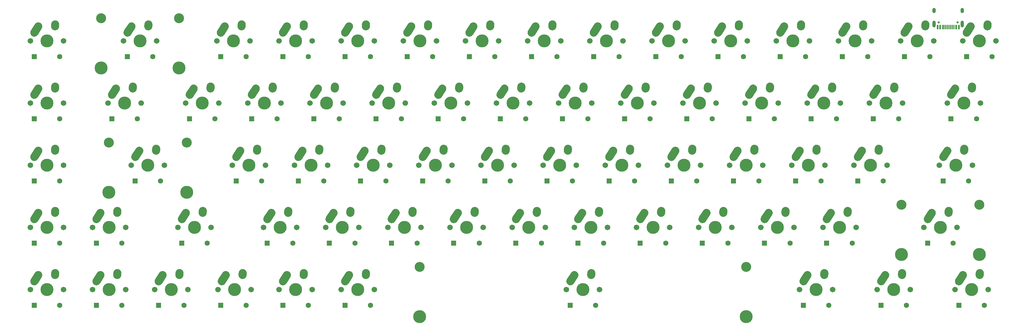
<source format=gts>
%TF.GenerationSoftware,KiCad,Pcbnew,(5.1.10)-1*%
%TF.CreationDate,2021-09-30T15:06:51-04:00*%
%TF.ProjectId,keyboard,6b657962-6f61-4726-942e-6b696361645f,rev?*%
%TF.SameCoordinates,Original*%
%TF.FileFunction,Soldermask,Top*%
%TF.FilePolarity,Negative*%
%FSLAX46Y46*%
G04 Gerber Fmt 4.6, Leading zero omitted, Abs format (unit mm)*
G04 Created by KiCad (PCBNEW (5.1.10)-1) date 2021-09-30 15:06:51*
%MOMM*%
%LPD*%
G01*
G04 APERTURE LIST*
%ADD10C,1.701800*%
%ADD11C,3.987800*%
%ADD12O,1.000000X1.600000*%
%ADD13C,0.650000*%
%ADD14O,1.000000X2.100000*%
%ADD15R,0.300000X1.450000*%
%ADD16R,0.600000X1.450000*%
%ADD17R,1.600000X1.600000*%
%ADD18C,1.600000*%
%ADD19C,3.048000*%
G04 APERTURE END LIST*
%TO.C,K6*%
G36*
G01*
X336414076Y-66256526D02*
X336453524Y-65677870D01*
G75*
G02*
X337785648Y-64515784I1247105J-85019D01*
G01*
X337785648Y-64515784D01*
G75*
G02*
X338947734Y-65847908I-85019J-1247105D01*
G01*
X338908286Y-66426564D01*
G75*
G02*
X337576162Y-67588650I-1247105J85019D01*
G01*
X337576162Y-67588650D01*
G75*
G02*
X336414076Y-66256526I85019J1247105D01*
G01*
G37*
G36*
G01*
X330247204Y-67599407D02*
X331456128Y-65701777D01*
G75*
G02*
X333181992Y-65319163I1054239J-671625D01*
G01*
X333181992Y-65319163D01*
G75*
G02*
X333564606Y-67045027I-671625J-1054239D01*
G01*
X332355682Y-68942657D01*
G75*
G02*
X330629818Y-69325271I-1054239J671625D01*
G01*
X330629818Y-69325271D01*
G75*
G02*
X330247204Y-67599407I671625J1054239D01*
G01*
G37*
D10*
X340240905Y-70842217D03*
X330080905Y-70842217D03*
D11*
X335160905Y-70842217D03*
%TD*%
D12*
%TO.C,J1*%
X340366227Y-61457865D03*
D13*
X341796227Y-65107865D03*
D12*
X349006227Y-61457865D03*
D13*
X347576227Y-65107865D03*
D14*
X349006227Y-65637865D03*
X340366227Y-65637865D03*
D15*
X344936227Y-66552865D03*
X342936227Y-66552865D03*
X343436227Y-66552865D03*
X343936227Y-66552865D03*
X344436227Y-66552865D03*
X345436227Y-66552865D03*
X345936227Y-66552865D03*
X346436227Y-66552865D03*
D16*
X341436227Y-66552865D03*
X342236227Y-66552865D03*
X347136227Y-66552865D03*
X347936227Y-66552865D03*
X347936227Y-66552865D03*
X347136227Y-66552865D03*
X342236227Y-66552865D03*
X341436227Y-66552865D03*
%TD*%
D17*
%TO.C,D43*%
X174098405Y-132754717D03*
D18*
X181898405Y-132754717D03*
%TD*%
%TO.C,D42*%
X172373405Y-113704717D03*
D17*
X164573405Y-113704717D03*
%TD*%
%TO.C,D40*%
X178860905Y-75604717D03*
D18*
X186660905Y-75604717D03*
%TD*%
D17*
%TO.C,D37*%
X188385905Y-94654717D03*
D18*
X196185905Y-94654717D03*
%TD*%
%TO.C,D36*%
X205710905Y-75604717D03*
D17*
X197910905Y-75604717D03*
%TD*%
D18*
%TO.C,D35*%
X219998405Y-132754717D03*
D17*
X212198405Y-132754717D03*
%TD*%
D18*
%TO.C,D48*%
X162848405Y-132754717D03*
D17*
X155048405Y-132754717D03*
%TD*%
D18*
%TO.C,D34*%
X210473405Y-113704717D03*
D17*
X202673405Y-113704717D03*
%TD*%
D18*
%TO.C,D50*%
X148560905Y-75604717D03*
D17*
X140760905Y-75604717D03*
%TD*%
D18*
%TO.C,D49*%
X148560905Y-151804717D03*
D17*
X140760905Y-151804717D03*
%TD*%
%TO.C,D45*%
X159810905Y-75604717D03*
D18*
X167610905Y-75604717D03*
%TD*%
D17*
%TO.C,D47*%
X145523405Y-113704717D03*
D18*
X153323405Y-113704717D03*
%TD*%
%TO.C,D46*%
X158085905Y-94654717D03*
D17*
X150285905Y-94654717D03*
%TD*%
D18*
%TO.C,D44*%
X167610905Y-151804717D03*
D17*
X159810905Y-151804717D03*
%TD*%
%TO.C,D41*%
X169335905Y-94654717D03*
D18*
X177135905Y-94654717D03*
%TD*%
%TO.C,D39*%
X200948405Y-132754717D03*
D17*
X193148405Y-132754717D03*
%TD*%
D18*
%TO.C,D38*%
X191423405Y-113704717D03*
D17*
X183623405Y-113704717D03*
%TD*%
%TO.C,D33*%
X207435905Y-94654717D03*
D18*
X215235905Y-94654717D03*
%TD*%
D17*
%TO.C,D2*%
X345548405Y-94654717D03*
D18*
X353348405Y-94654717D03*
%TD*%
D17*
%TO.C,D1*%
X350310905Y-75604717D03*
D18*
X358110905Y-75604717D03*
%TD*%
D17*
%TO.C,D4*%
X338404655Y-132754717D03*
D18*
X346204655Y-132754717D03*
%TD*%
%TO.C,D5*%
X355729655Y-151804717D03*
D17*
X347929655Y-151804717D03*
%TD*%
D18*
%TO.C,D3*%
X350967155Y-113704717D03*
D17*
X343167155Y-113704717D03*
%TD*%
%TO.C,D23*%
X255060905Y-75604717D03*
D18*
X262860905Y-75604717D03*
%TD*%
%TO.C,D31*%
X236667155Y-151804717D03*
D17*
X228867155Y-151804717D03*
%TD*%
%TO.C,D30*%
X231248405Y-132754717D03*
D18*
X239048405Y-132754717D03*
%TD*%
D17*
%TO.C,D29*%
X221723405Y-113704717D03*
D18*
X229523405Y-113704717D03*
%TD*%
D17*
%TO.C,D28*%
X226485905Y-94654717D03*
D18*
X234285905Y-94654717D03*
%TD*%
D17*
%TO.C,D19*%
X274110905Y-75604717D03*
D18*
X281910905Y-75604717D03*
%TD*%
D17*
%TO.C,D27*%
X236010905Y-75604717D03*
D18*
X243810905Y-75604717D03*
%TD*%
%TO.C,D26*%
X258098405Y-132754717D03*
D17*
X250298405Y-132754717D03*
%TD*%
%TO.C,D24*%
X245535905Y-94654717D03*
D18*
X253335905Y-94654717D03*
%TD*%
%TO.C,D22*%
X277148405Y-132754717D03*
D17*
X269348405Y-132754717D03*
%TD*%
D18*
%TO.C,D16*%
X291435905Y-94654717D03*
D17*
X283635905Y-94654717D03*
%TD*%
D18*
%TO.C,D15*%
X300960905Y-75604717D03*
D17*
X293160905Y-75604717D03*
%TD*%
D18*
%TO.C,D18*%
X296198405Y-132754717D03*
D17*
X288398405Y-132754717D03*
%TD*%
D18*
%TO.C,D21*%
X267623405Y-113704717D03*
D17*
X259823405Y-113704717D03*
%TD*%
%TO.C,D20*%
X264585905Y-94654717D03*
D18*
X272385905Y-94654717D03*
%TD*%
D17*
%TO.C,D17*%
X278873405Y-113704717D03*
D18*
X286673405Y-113704717D03*
%TD*%
D17*
%TO.C,D32*%
X216960905Y-75604717D03*
D18*
X224760905Y-75604717D03*
%TD*%
%TO.C,D25*%
X248573405Y-113704717D03*
D17*
X240773405Y-113704717D03*
%TD*%
%TO.C,D55*%
X121710905Y-75604717D03*
D18*
X129510905Y-75604717D03*
%TD*%
%TO.C,D53*%
X143798405Y-132754717D03*
D17*
X135998405Y-132754717D03*
%TD*%
D18*
%TO.C,D63*%
X91410905Y-151804717D03*
D17*
X83610905Y-151804717D03*
%TD*%
D18*
%TO.C,D65*%
X72360905Y-94654717D03*
D17*
X64560905Y-94654717D03*
%TD*%
%TO.C,D68*%
X64560905Y-151804717D03*
D18*
X72360905Y-151804717D03*
%TD*%
D17*
%TO.C,D61*%
X95517155Y-113704717D03*
D18*
X103317155Y-113704717D03*
%TD*%
D17*
%TO.C,D62*%
X83610905Y-132754717D03*
D18*
X91410905Y-132754717D03*
%TD*%
D17*
%TO.C,D51*%
X131235905Y-94654717D03*
D18*
X139035905Y-94654717D03*
%TD*%
D17*
%TO.C,D56*%
X112185905Y-94654717D03*
D18*
X119985905Y-94654717D03*
%TD*%
%TO.C,D57*%
X117604655Y-132754717D03*
D17*
X109804655Y-132754717D03*
%TD*%
D18*
%TO.C,D60*%
X96173405Y-94654717D03*
D17*
X88373405Y-94654717D03*
%TD*%
D18*
%TO.C,D54*%
X129510905Y-151804717D03*
D17*
X121710905Y-151804717D03*
%TD*%
%TO.C,D59*%
X93135905Y-75604717D03*
D18*
X100935905Y-75604717D03*
%TD*%
D17*
%TO.C,D64*%
X64560905Y-75604717D03*
D18*
X72360905Y-75604717D03*
%TD*%
%TO.C,D67*%
X72360905Y-132754717D03*
D17*
X64560905Y-132754717D03*
%TD*%
D18*
%TO.C,D52*%
X134273405Y-113704717D03*
D17*
X126473405Y-113704717D03*
%TD*%
%TO.C,D66*%
X64560905Y-113704717D03*
D18*
X72360905Y-113704717D03*
%TD*%
D17*
%TO.C,D58*%
X102660905Y-151804717D03*
D18*
X110460905Y-151804717D03*
%TD*%
D17*
%TO.C,D10*%
X312210905Y-75604717D03*
D18*
X320010905Y-75604717D03*
%TD*%
%TO.C,D8*%
X324773405Y-113704717D03*
D17*
X316973405Y-113704717D03*
%TD*%
%TO.C,D6*%
X331260905Y-75604717D03*
D18*
X339060905Y-75604717D03*
%TD*%
D17*
%TO.C,D14*%
X300304655Y-151804717D03*
D18*
X308104655Y-151804717D03*
%TD*%
%TO.C,D13*%
X315248405Y-132754717D03*
D17*
X307448405Y-132754717D03*
%TD*%
%TO.C,D12*%
X297923405Y-113704717D03*
D18*
X305723405Y-113704717D03*
%TD*%
%TO.C,D7*%
X329535905Y-94654717D03*
D17*
X321735905Y-94654717D03*
%TD*%
D18*
%TO.C,D9*%
X331917155Y-151804717D03*
D17*
X324117155Y-151804717D03*
%TD*%
D18*
%TO.C,D11*%
X310485905Y-94654717D03*
D17*
X302685905Y-94654717D03*
%TD*%
D11*
%TO.C,K1*%
X354210905Y-70842217D03*
D10*
X349130905Y-70842217D03*
X359290905Y-70842217D03*
G36*
G01*
X349297204Y-67599407D02*
X350506128Y-65701777D01*
G75*
G02*
X352231992Y-65319163I1054239J-671625D01*
G01*
X352231992Y-65319163D01*
G75*
G02*
X352614606Y-67045027I-671625J-1054239D01*
G01*
X351405682Y-68942657D01*
G75*
G02*
X349679818Y-69325271I-1054239J671625D01*
G01*
X349679818Y-69325271D01*
G75*
G02*
X349297204Y-67599407I671625J1054239D01*
G01*
G37*
G36*
G01*
X355464076Y-66256526D02*
X355503524Y-65677870D01*
G75*
G02*
X356835648Y-64515784I1247105J-85019D01*
G01*
X356835648Y-64515784D01*
G75*
G02*
X357997734Y-65847908I-85019J-1247105D01*
G01*
X357958286Y-66426564D01*
G75*
G02*
X356626162Y-67588650I-1247105J85019D01*
G01*
X356626162Y-67588650D01*
G75*
G02*
X355464076Y-66256526I85019J1247105D01*
G01*
G37*
%TD*%
D11*
%TO.C,K2*%
X349448405Y-89892217D03*
D10*
X344368405Y-89892217D03*
X354528405Y-89892217D03*
G36*
G01*
X344534704Y-86649407D02*
X345743628Y-84751777D01*
G75*
G02*
X347469492Y-84369163I1054239J-671625D01*
G01*
X347469492Y-84369163D01*
G75*
G02*
X347852106Y-86095027I-671625J-1054239D01*
G01*
X346643182Y-87992657D01*
G75*
G02*
X344917318Y-88375271I-1054239J671625D01*
G01*
X344917318Y-88375271D01*
G75*
G02*
X344534704Y-86649407I671625J1054239D01*
G01*
G37*
G36*
G01*
X350701576Y-85306526D02*
X350741024Y-84727870D01*
G75*
G02*
X352073148Y-83565784I1247105J-85019D01*
G01*
X352073148Y-83565784D01*
G75*
G02*
X353235234Y-84897908I-85019J-1247105D01*
G01*
X353195786Y-85476564D01*
G75*
G02*
X351863662Y-86638650I-1247105J85019D01*
G01*
X351863662Y-86638650D01*
G75*
G02*
X350701576Y-85306526I85019J1247105D01*
G01*
G37*
%TD*%
%TO.C,K3*%
G36*
G01*
X348320326Y-104356526D02*
X348359774Y-103777870D01*
G75*
G02*
X349691898Y-102615784I1247105J-85019D01*
G01*
X349691898Y-102615784D01*
G75*
G02*
X350853984Y-103947908I-85019J-1247105D01*
G01*
X350814536Y-104526564D01*
G75*
G02*
X349482412Y-105688650I-1247105J85019D01*
G01*
X349482412Y-105688650D01*
G75*
G02*
X348320326Y-104356526I85019J1247105D01*
G01*
G37*
G36*
G01*
X342153454Y-105699407D02*
X343362378Y-103801777D01*
G75*
G02*
X345088242Y-103419163I1054239J-671625D01*
G01*
X345088242Y-103419163D01*
G75*
G02*
X345470856Y-105145027I-671625J-1054239D01*
G01*
X344261932Y-107042657D01*
G75*
G02*
X342536068Y-107425271I-1054239J671625D01*
G01*
X342536068Y-107425271D01*
G75*
G02*
X342153454Y-105699407I671625J1054239D01*
G01*
G37*
X352147155Y-108942217D03*
X341987155Y-108942217D03*
D11*
X347067155Y-108942217D03*
%TD*%
%TO.C,K4*%
G36*
G01*
X343557826Y-123406526D02*
X343597274Y-122827870D01*
G75*
G02*
X344929398Y-121665784I1247105J-85019D01*
G01*
X344929398Y-121665784D01*
G75*
G02*
X346091484Y-122997908I-85019J-1247105D01*
G01*
X346052036Y-123576564D01*
G75*
G02*
X344719912Y-124738650I-1247105J85019D01*
G01*
X344719912Y-124738650D01*
G75*
G02*
X343557826Y-123406526I85019J1247105D01*
G01*
G37*
G36*
G01*
X337390954Y-124749407D02*
X338599878Y-122851777D01*
G75*
G02*
X340325742Y-122469163I1054239J-671625D01*
G01*
X340325742Y-122469163D01*
G75*
G02*
X340708356Y-124195027I-671625J-1054239D01*
G01*
X339499432Y-126092657D01*
G75*
G02*
X337773568Y-126475271I-1054239J671625D01*
G01*
X337773568Y-126475271D01*
G75*
G02*
X337390954Y-124749407I671625J1054239D01*
G01*
G37*
X354242655Y-136247217D03*
X330366655Y-136247217D03*
D19*
X354242655Y-121007217D03*
X330366655Y-121007217D03*
D10*
X347384655Y-127992217D03*
X337224655Y-127992217D03*
D11*
X342304655Y-127992217D03*
%TD*%
%TO.C,K5*%
X351829655Y-147042217D03*
D10*
X346749655Y-147042217D03*
X356909655Y-147042217D03*
G36*
G01*
X346915954Y-143799407D02*
X348124878Y-141901777D01*
G75*
G02*
X349850742Y-141519163I1054239J-671625D01*
G01*
X349850742Y-141519163D01*
G75*
G02*
X350233356Y-143245027I-671625J-1054239D01*
G01*
X349024432Y-145142657D01*
G75*
G02*
X347298568Y-145525271I-1054239J671625D01*
G01*
X347298568Y-145525271D01*
G75*
G02*
X346915954Y-143799407I671625J1054239D01*
G01*
G37*
G36*
G01*
X353082826Y-142456526D02*
X353122274Y-141877870D01*
G75*
G02*
X354454398Y-140715784I1247105J-85019D01*
G01*
X354454398Y-140715784D01*
G75*
G02*
X355616484Y-142047908I-85019J-1247105D01*
G01*
X355577036Y-142626564D01*
G75*
G02*
X354244912Y-143788650I-1247105J85019D01*
G01*
X354244912Y-143788650D01*
G75*
G02*
X353082826Y-142456526I85019J1247105D01*
G01*
G37*
%TD*%
D11*
%TO.C,K7*%
X325635905Y-89892217D03*
D10*
X320555905Y-89892217D03*
X330715905Y-89892217D03*
G36*
G01*
X320722204Y-86649407D02*
X321931128Y-84751777D01*
G75*
G02*
X323656992Y-84369163I1054239J-671625D01*
G01*
X323656992Y-84369163D01*
G75*
G02*
X324039606Y-86095027I-671625J-1054239D01*
G01*
X322830682Y-87992657D01*
G75*
G02*
X321104818Y-88375271I-1054239J671625D01*
G01*
X321104818Y-88375271D01*
G75*
G02*
X320722204Y-86649407I671625J1054239D01*
G01*
G37*
G36*
G01*
X326889076Y-85306526D02*
X326928524Y-84727870D01*
G75*
G02*
X328260648Y-83565784I1247105J-85019D01*
G01*
X328260648Y-83565784D01*
G75*
G02*
X329422734Y-84897908I-85019J-1247105D01*
G01*
X329383286Y-85476564D01*
G75*
G02*
X328051162Y-86638650I-1247105J85019D01*
G01*
X328051162Y-86638650D01*
G75*
G02*
X326889076Y-85306526I85019J1247105D01*
G01*
G37*
%TD*%
%TO.C,K8*%
G36*
G01*
X322126576Y-104356526D02*
X322166024Y-103777870D01*
G75*
G02*
X323498148Y-102615784I1247105J-85019D01*
G01*
X323498148Y-102615784D01*
G75*
G02*
X324660234Y-103947908I-85019J-1247105D01*
G01*
X324620786Y-104526564D01*
G75*
G02*
X323288662Y-105688650I-1247105J85019D01*
G01*
X323288662Y-105688650D01*
G75*
G02*
X322126576Y-104356526I85019J1247105D01*
G01*
G37*
G36*
G01*
X315959704Y-105699407D02*
X317168628Y-103801777D01*
G75*
G02*
X318894492Y-103419163I1054239J-671625D01*
G01*
X318894492Y-103419163D01*
G75*
G02*
X319277106Y-105145027I-671625J-1054239D01*
G01*
X318068182Y-107042657D01*
G75*
G02*
X316342318Y-107425271I-1054239J671625D01*
G01*
X316342318Y-107425271D01*
G75*
G02*
X315959704Y-105699407I671625J1054239D01*
G01*
G37*
X325953405Y-108942217D03*
X315793405Y-108942217D03*
D11*
X320873405Y-108942217D03*
%TD*%
%TO.C,K9*%
X328017155Y-147042217D03*
D10*
X322937155Y-147042217D03*
X333097155Y-147042217D03*
G36*
G01*
X323103454Y-143799407D02*
X324312378Y-141901777D01*
G75*
G02*
X326038242Y-141519163I1054239J-671625D01*
G01*
X326038242Y-141519163D01*
G75*
G02*
X326420856Y-143245027I-671625J-1054239D01*
G01*
X325211932Y-145142657D01*
G75*
G02*
X323486068Y-145525271I-1054239J671625D01*
G01*
X323486068Y-145525271D01*
G75*
G02*
X323103454Y-143799407I671625J1054239D01*
G01*
G37*
G36*
G01*
X329270326Y-142456526D02*
X329309774Y-141877870D01*
G75*
G02*
X330641898Y-140715784I1247105J-85019D01*
G01*
X330641898Y-140715784D01*
G75*
G02*
X331803984Y-142047908I-85019J-1247105D01*
G01*
X331764536Y-142626564D01*
G75*
G02*
X330432412Y-143788650I-1247105J85019D01*
G01*
X330432412Y-143788650D01*
G75*
G02*
X329270326Y-142456526I85019J1247105D01*
G01*
G37*
%TD*%
D11*
%TO.C,K10*%
X316110905Y-70842217D03*
D10*
X311030905Y-70842217D03*
X321190905Y-70842217D03*
G36*
G01*
X311197204Y-67599407D02*
X312406128Y-65701777D01*
G75*
G02*
X314131992Y-65319163I1054239J-671625D01*
G01*
X314131992Y-65319163D01*
G75*
G02*
X314514606Y-67045027I-671625J-1054239D01*
G01*
X313305682Y-68942657D01*
G75*
G02*
X311579818Y-69325271I-1054239J671625D01*
G01*
X311579818Y-69325271D01*
G75*
G02*
X311197204Y-67599407I671625J1054239D01*
G01*
G37*
G36*
G01*
X317364076Y-66256526D02*
X317403524Y-65677870D01*
G75*
G02*
X318735648Y-64515784I1247105J-85019D01*
G01*
X318735648Y-64515784D01*
G75*
G02*
X319897734Y-65847908I-85019J-1247105D01*
G01*
X319858286Y-66426564D01*
G75*
G02*
X318526162Y-67588650I-1247105J85019D01*
G01*
X318526162Y-67588650D01*
G75*
G02*
X317364076Y-66256526I85019J1247105D01*
G01*
G37*
%TD*%
%TO.C,K11*%
G36*
G01*
X307839076Y-85306526D02*
X307878524Y-84727870D01*
G75*
G02*
X309210648Y-83565784I1247105J-85019D01*
G01*
X309210648Y-83565784D01*
G75*
G02*
X310372734Y-84897908I-85019J-1247105D01*
G01*
X310333286Y-85476564D01*
G75*
G02*
X309001162Y-86638650I-1247105J85019D01*
G01*
X309001162Y-86638650D01*
G75*
G02*
X307839076Y-85306526I85019J1247105D01*
G01*
G37*
G36*
G01*
X301672204Y-86649407D02*
X302881128Y-84751777D01*
G75*
G02*
X304606992Y-84369163I1054239J-671625D01*
G01*
X304606992Y-84369163D01*
G75*
G02*
X304989606Y-86095027I-671625J-1054239D01*
G01*
X303780682Y-87992657D01*
G75*
G02*
X302054818Y-88375271I-1054239J671625D01*
G01*
X302054818Y-88375271D01*
G75*
G02*
X301672204Y-86649407I671625J1054239D01*
G01*
G37*
X311665905Y-89892217D03*
X301505905Y-89892217D03*
D11*
X306585905Y-89892217D03*
%TD*%
%TO.C,K12*%
X301823405Y-108942217D03*
D10*
X296743405Y-108942217D03*
X306903405Y-108942217D03*
G36*
G01*
X296909704Y-105699407D02*
X298118628Y-103801777D01*
G75*
G02*
X299844492Y-103419163I1054239J-671625D01*
G01*
X299844492Y-103419163D01*
G75*
G02*
X300227106Y-105145027I-671625J-1054239D01*
G01*
X299018182Y-107042657D01*
G75*
G02*
X297292318Y-107425271I-1054239J671625D01*
G01*
X297292318Y-107425271D01*
G75*
G02*
X296909704Y-105699407I671625J1054239D01*
G01*
G37*
G36*
G01*
X303076576Y-104356526D02*
X303116024Y-103777870D01*
G75*
G02*
X304448148Y-102615784I1247105J-85019D01*
G01*
X304448148Y-102615784D01*
G75*
G02*
X305610234Y-103947908I-85019J-1247105D01*
G01*
X305570786Y-104526564D01*
G75*
G02*
X304238662Y-105688650I-1247105J85019D01*
G01*
X304238662Y-105688650D01*
G75*
G02*
X303076576Y-104356526I85019J1247105D01*
G01*
G37*
%TD*%
%TO.C,K13*%
G36*
G01*
X312601576Y-123406526D02*
X312641024Y-122827870D01*
G75*
G02*
X313973148Y-121665784I1247105J-85019D01*
G01*
X313973148Y-121665784D01*
G75*
G02*
X315135234Y-122997908I-85019J-1247105D01*
G01*
X315095786Y-123576564D01*
G75*
G02*
X313763662Y-124738650I-1247105J85019D01*
G01*
X313763662Y-124738650D01*
G75*
G02*
X312601576Y-123406526I85019J1247105D01*
G01*
G37*
G36*
G01*
X306434704Y-124749407D02*
X307643628Y-122851777D01*
G75*
G02*
X309369492Y-122469163I1054239J-671625D01*
G01*
X309369492Y-122469163D01*
G75*
G02*
X309752106Y-124195027I-671625J-1054239D01*
G01*
X308543182Y-126092657D01*
G75*
G02*
X306817318Y-126475271I-1054239J671625D01*
G01*
X306817318Y-126475271D01*
G75*
G02*
X306434704Y-124749407I671625J1054239D01*
G01*
G37*
X316428405Y-127992217D03*
X306268405Y-127992217D03*
D11*
X311348405Y-127992217D03*
%TD*%
%TO.C,K14*%
G36*
G01*
X305457826Y-142456526D02*
X305497274Y-141877870D01*
G75*
G02*
X306829398Y-140715784I1247105J-85019D01*
G01*
X306829398Y-140715784D01*
G75*
G02*
X307991484Y-142047908I-85019J-1247105D01*
G01*
X307952036Y-142626564D01*
G75*
G02*
X306619912Y-143788650I-1247105J85019D01*
G01*
X306619912Y-143788650D01*
G75*
G02*
X305457826Y-142456526I85019J1247105D01*
G01*
G37*
G36*
G01*
X299290954Y-143799407D02*
X300499878Y-141901777D01*
G75*
G02*
X302225742Y-141519163I1054239J-671625D01*
G01*
X302225742Y-141519163D01*
G75*
G02*
X302608356Y-143245027I-671625J-1054239D01*
G01*
X301399432Y-145142657D01*
G75*
G02*
X299673568Y-145525271I-1054239J671625D01*
G01*
X299673568Y-145525271D01*
G75*
G02*
X299290954Y-143799407I671625J1054239D01*
G01*
G37*
D10*
X309284655Y-147042217D03*
X299124655Y-147042217D03*
D11*
X304204655Y-147042217D03*
%TD*%
%TO.C,K15*%
G36*
G01*
X298314076Y-66256526D02*
X298353524Y-65677870D01*
G75*
G02*
X299685648Y-64515784I1247105J-85019D01*
G01*
X299685648Y-64515784D01*
G75*
G02*
X300847734Y-65847908I-85019J-1247105D01*
G01*
X300808286Y-66426564D01*
G75*
G02*
X299476162Y-67588650I-1247105J85019D01*
G01*
X299476162Y-67588650D01*
G75*
G02*
X298314076Y-66256526I85019J1247105D01*
G01*
G37*
G36*
G01*
X292147204Y-67599407D02*
X293356128Y-65701777D01*
G75*
G02*
X295081992Y-65319163I1054239J-671625D01*
G01*
X295081992Y-65319163D01*
G75*
G02*
X295464606Y-67045027I-671625J-1054239D01*
G01*
X294255682Y-68942657D01*
G75*
G02*
X292529818Y-69325271I-1054239J671625D01*
G01*
X292529818Y-69325271D01*
G75*
G02*
X292147204Y-67599407I671625J1054239D01*
G01*
G37*
D10*
X302140905Y-70842217D03*
X291980905Y-70842217D03*
D11*
X297060905Y-70842217D03*
%TD*%
%TO.C,K16*%
G36*
G01*
X288789076Y-85306526D02*
X288828524Y-84727870D01*
G75*
G02*
X290160648Y-83565784I1247105J-85019D01*
G01*
X290160648Y-83565784D01*
G75*
G02*
X291322734Y-84897908I-85019J-1247105D01*
G01*
X291283286Y-85476564D01*
G75*
G02*
X289951162Y-86638650I-1247105J85019D01*
G01*
X289951162Y-86638650D01*
G75*
G02*
X288789076Y-85306526I85019J1247105D01*
G01*
G37*
G36*
G01*
X282622204Y-86649407D02*
X283831128Y-84751777D01*
G75*
G02*
X285556992Y-84369163I1054239J-671625D01*
G01*
X285556992Y-84369163D01*
G75*
G02*
X285939606Y-86095027I-671625J-1054239D01*
G01*
X284730682Y-87992657D01*
G75*
G02*
X283004818Y-88375271I-1054239J671625D01*
G01*
X283004818Y-88375271D01*
G75*
G02*
X282622204Y-86649407I671625J1054239D01*
G01*
G37*
D10*
X292615905Y-89892217D03*
X282455905Y-89892217D03*
D11*
X287535905Y-89892217D03*
%TD*%
%TO.C,K17*%
X282773405Y-108942217D03*
D10*
X277693405Y-108942217D03*
X287853405Y-108942217D03*
G36*
G01*
X277859704Y-105699407D02*
X279068628Y-103801777D01*
G75*
G02*
X280794492Y-103419163I1054239J-671625D01*
G01*
X280794492Y-103419163D01*
G75*
G02*
X281177106Y-105145027I-671625J-1054239D01*
G01*
X279968182Y-107042657D01*
G75*
G02*
X278242318Y-107425271I-1054239J671625D01*
G01*
X278242318Y-107425271D01*
G75*
G02*
X277859704Y-105699407I671625J1054239D01*
G01*
G37*
G36*
G01*
X284026576Y-104356526D02*
X284066024Y-103777870D01*
G75*
G02*
X285398148Y-102615784I1247105J-85019D01*
G01*
X285398148Y-102615784D01*
G75*
G02*
X286560234Y-103947908I-85019J-1247105D01*
G01*
X286520786Y-104526564D01*
G75*
G02*
X285188662Y-105688650I-1247105J85019D01*
G01*
X285188662Y-105688650D01*
G75*
G02*
X284026576Y-104356526I85019J1247105D01*
G01*
G37*
%TD*%
%TO.C,K18*%
G36*
G01*
X293551576Y-123406526D02*
X293591024Y-122827870D01*
G75*
G02*
X294923148Y-121665784I1247105J-85019D01*
G01*
X294923148Y-121665784D01*
G75*
G02*
X296085234Y-122997908I-85019J-1247105D01*
G01*
X296045786Y-123576564D01*
G75*
G02*
X294713662Y-124738650I-1247105J85019D01*
G01*
X294713662Y-124738650D01*
G75*
G02*
X293551576Y-123406526I85019J1247105D01*
G01*
G37*
G36*
G01*
X287384704Y-124749407D02*
X288593628Y-122851777D01*
G75*
G02*
X290319492Y-122469163I1054239J-671625D01*
G01*
X290319492Y-122469163D01*
G75*
G02*
X290702106Y-124195027I-671625J-1054239D01*
G01*
X289493182Y-126092657D01*
G75*
G02*
X287767318Y-126475271I-1054239J671625D01*
G01*
X287767318Y-126475271D01*
G75*
G02*
X287384704Y-124749407I671625J1054239D01*
G01*
G37*
X297378405Y-127992217D03*
X287218405Y-127992217D03*
D11*
X292298405Y-127992217D03*
%TD*%
%TO.C,K19*%
X278010905Y-70842217D03*
D10*
X272930905Y-70842217D03*
X283090905Y-70842217D03*
G36*
G01*
X273097204Y-67599407D02*
X274306128Y-65701777D01*
G75*
G02*
X276031992Y-65319163I1054239J-671625D01*
G01*
X276031992Y-65319163D01*
G75*
G02*
X276414606Y-67045027I-671625J-1054239D01*
G01*
X275205682Y-68942657D01*
G75*
G02*
X273479818Y-69325271I-1054239J671625D01*
G01*
X273479818Y-69325271D01*
G75*
G02*
X273097204Y-67599407I671625J1054239D01*
G01*
G37*
G36*
G01*
X279264076Y-66256526D02*
X279303524Y-65677870D01*
G75*
G02*
X280635648Y-64515784I1247105J-85019D01*
G01*
X280635648Y-64515784D01*
G75*
G02*
X281797734Y-65847908I-85019J-1247105D01*
G01*
X281758286Y-66426564D01*
G75*
G02*
X280426162Y-67588650I-1247105J85019D01*
G01*
X280426162Y-67588650D01*
G75*
G02*
X279264076Y-66256526I85019J1247105D01*
G01*
G37*
%TD*%
%TO.C,K20*%
G36*
G01*
X269739076Y-85306526D02*
X269778524Y-84727870D01*
G75*
G02*
X271110648Y-83565784I1247105J-85019D01*
G01*
X271110648Y-83565784D01*
G75*
G02*
X272272734Y-84897908I-85019J-1247105D01*
G01*
X272233286Y-85476564D01*
G75*
G02*
X270901162Y-86638650I-1247105J85019D01*
G01*
X270901162Y-86638650D01*
G75*
G02*
X269739076Y-85306526I85019J1247105D01*
G01*
G37*
G36*
G01*
X263572204Y-86649407D02*
X264781128Y-84751777D01*
G75*
G02*
X266506992Y-84369163I1054239J-671625D01*
G01*
X266506992Y-84369163D01*
G75*
G02*
X266889606Y-86095027I-671625J-1054239D01*
G01*
X265680682Y-87992657D01*
G75*
G02*
X263954818Y-88375271I-1054239J671625D01*
G01*
X263954818Y-88375271D01*
G75*
G02*
X263572204Y-86649407I671625J1054239D01*
G01*
G37*
X273565905Y-89892217D03*
X263405905Y-89892217D03*
D11*
X268485905Y-89892217D03*
%TD*%
%TO.C,K21*%
X263723405Y-108942217D03*
D10*
X258643405Y-108942217D03*
X268803405Y-108942217D03*
G36*
G01*
X258809704Y-105699407D02*
X260018628Y-103801777D01*
G75*
G02*
X261744492Y-103419163I1054239J-671625D01*
G01*
X261744492Y-103419163D01*
G75*
G02*
X262127106Y-105145027I-671625J-1054239D01*
G01*
X260918182Y-107042657D01*
G75*
G02*
X259192318Y-107425271I-1054239J671625D01*
G01*
X259192318Y-107425271D01*
G75*
G02*
X258809704Y-105699407I671625J1054239D01*
G01*
G37*
G36*
G01*
X264976576Y-104356526D02*
X265016024Y-103777870D01*
G75*
G02*
X266348148Y-102615784I1247105J-85019D01*
G01*
X266348148Y-102615784D01*
G75*
G02*
X267510234Y-103947908I-85019J-1247105D01*
G01*
X267470786Y-104526564D01*
G75*
G02*
X266138662Y-105688650I-1247105J85019D01*
G01*
X266138662Y-105688650D01*
G75*
G02*
X264976576Y-104356526I85019J1247105D01*
G01*
G37*
%TD*%
%TO.C,K22*%
G36*
G01*
X274501576Y-123406526D02*
X274541024Y-122827870D01*
G75*
G02*
X275873148Y-121665784I1247105J-85019D01*
G01*
X275873148Y-121665784D01*
G75*
G02*
X277035234Y-122997908I-85019J-1247105D01*
G01*
X276995786Y-123576564D01*
G75*
G02*
X275663662Y-124738650I-1247105J85019D01*
G01*
X275663662Y-124738650D01*
G75*
G02*
X274501576Y-123406526I85019J1247105D01*
G01*
G37*
G36*
G01*
X268334704Y-124749407D02*
X269543628Y-122851777D01*
G75*
G02*
X271269492Y-122469163I1054239J-671625D01*
G01*
X271269492Y-122469163D01*
G75*
G02*
X271652106Y-124195027I-671625J-1054239D01*
G01*
X270443182Y-126092657D01*
G75*
G02*
X268717318Y-126475271I-1054239J671625D01*
G01*
X268717318Y-126475271D01*
G75*
G02*
X268334704Y-124749407I671625J1054239D01*
G01*
G37*
X278328405Y-127992217D03*
X268168405Y-127992217D03*
D11*
X273248405Y-127992217D03*
%TD*%
%TO.C,K23*%
X258960905Y-70842217D03*
D10*
X253880905Y-70842217D03*
X264040905Y-70842217D03*
G36*
G01*
X254047204Y-67599407D02*
X255256128Y-65701777D01*
G75*
G02*
X256981992Y-65319163I1054239J-671625D01*
G01*
X256981992Y-65319163D01*
G75*
G02*
X257364606Y-67045027I-671625J-1054239D01*
G01*
X256155682Y-68942657D01*
G75*
G02*
X254429818Y-69325271I-1054239J671625D01*
G01*
X254429818Y-69325271D01*
G75*
G02*
X254047204Y-67599407I671625J1054239D01*
G01*
G37*
G36*
G01*
X260214076Y-66256526D02*
X260253524Y-65677870D01*
G75*
G02*
X261585648Y-64515784I1247105J-85019D01*
G01*
X261585648Y-64515784D01*
G75*
G02*
X262747734Y-65847908I-85019J-1247105D01*
G01*
X262708286Y-66426564D01*
G75*
G02*
X261376162Y-67588650I-1247105J85019D01*
G01*
X261376162Y-67588650D01*
G75*
G02*
X260214076Y-66256526I85019J1247105D01*
G01*
G37*
%TD*%
D11*
%TO.C,K24*%
X249435905Y-89892217D03*
D10*
X244355905Y-89892217D03*
X254515905Y-89892217D03*
G36*
G01*
X244522204Y-86649407D02*
X245731128Y-84751777D01*
G75*
G02*
X247456992Y-84369163I1054239J-671625D01*
G01*
X247456992Y-84369163D01*
G75*
G02*
X247839606Y-86095027I-671625J-1054239D01*
G01*
X246630682Y-87992657D01*
G75*
G02*
X244904818Y-88375271I-1054239J671625D01*
G01*
X244904818Y-88375271D01*
G75*
G02*
X244522204Y-86649407I671625J1054239D01*
G01*
G37*
G36*
G01*
X250689076Y-85306526D02*
X250728524Y-84727870D01*
G75*
G02*
X252060648Y-83565784I1247105J-85019D01*
G01*
X252060648Y-83565784D01*
G75*
G02*
X253222734Y-84897908I-85019J-1247105D01*
G01*
X253183286Y-85476564D01*
G75*
G02*
X251851162Y-86638650I-1247105J85019D01*
G01*
X251851162Y-86638650D01*
G75*
G02*
X250689076Y-85306526I85019J1247105D01*
G01*
G37*
%TD*%
%TO.C,K25*%
G36*
G01*
X245926576Y-104356526D02*
X245966024Y-103777870D01*
G75*
G02*
X247298148Y-102615784I1247105J-85019D01*
G01*
X247298148Y-102615784D01*
G75*
G02*
X248460234Y-103947908I-85019J-1247105D01*
G01*
X248420786Y-104526564D01*
G75*
G02*
X247088662Y-105688650I-1247105J85019D01*
G01*
X247088662Y-105688650D01*
G75*
G02*
X245926576Y-104356526I85019J1247105D01*
G01*
G37*
G36*
G01*
X239759704Y-105699407D02*
X240968628Y-103801777D01*
G75*
G02*
X242694492Y-103419163I1054239J-671625D01*
G01*
X242694492Y-103419163D01*
G75*
G02*
X243077106Y-105145027I-671625J-1054239D01*
G01*
X241868182Y-107042657D01*
G75*
G02*
X240142318Y-107425271I-1054239J671625D01*
G01*
X240142318Y-107425271D01*
G75*
G02*
X239759704Y-105699407I671625J1054239D01*
G01*
G37*
X249753405Y-108942217D03*
X239593405Y-108942217D03*
D11*
X244673405Y-108942217D03*
%TD*%
%TO.C,K26*%
X254198405Y-127992217D03*
D10*
X249118405Y-127992217D03*
X259278405Y-127992217D03*
G36*
G01*
X249284704Y-124749407D02*
X250493628Y-122851777D01*
G75*
G02*
X252219492Y-122469163I1054239J-671625D01*
G01*
X252219492Y-122469163D01*
G75*
G02*
X252602106Y-124195027I-671625J-1054239D01*
G01*
X251393182Y-126092657D01*
G75*
G02*
X249667318Y-126475271I-1054239J671625D01*
G01*
X249667318Y-126475271D01*
G75*
G02*
X249284704Y-124749407I671625J1054239D01*
G01*
G37*
G36*
G01*
X255451576Y-123406526D02*
X255491024Y-122827870D01*
G75*
G02*
X256823148Y-121665784I1247105J-85019D01*
G01*
X256823148Y-121665784D01*
G75*
G02*
X257985234Y-122997908I-85019J-1247105D01*
G01*
X257945786Y-123576564D01*
G75*
G02*
X256613662Y-124738650I-1247105J85019D01*
G01*
X256613662Y-124738650D01*
G75*
G02*
X255451576Y-123406526I85019J1247105D01*
G01*
G37*
%TD*%
%TO.C,K27*%
G36*
G01*
X241164076Y-66256526D02*
X241203524Y-65677870D01*
G75*
G02*
X242535648Y-64515784I1247105J-85019D01*
G01*
X242535648Y-64515784D01*
G75*
G02*
X243697734Y-65847908I-85019J-1247105D01*
G01*
X243658286Y-66426564D01*
G75*
G02*
X242326162Y-67588650I-1247105J85019D01*
G01*
X242326162Y-67588650D01*
G75*
G02*
X241164076Y-66256526I85019J1247105D01*
G01*
G37*
G36*
G01*
X234997204Y-67599407D02*
X236206128Y-65701777D01*
G75*
G02*
X237931992Y-65319163I1054239J-671625D01*
G01*
X237931992Y-65319163D01*
G75*
G02*
X238314606Y-67045027I-671625J-1054239D01*
G01*
X237105682Y-68942657D01*
G75*
G02*
X235379818Y-69325271I-1054239J671625D01*
G01*
X235379818Y-69325271D01*
G75*
G02*
X234997204Y-67599407I671625J1054239D01*
G01*
G37*
X244990905Y-70842217D03*
X234830905Y-70842217D03*
D11*
X239910905Y-70842217D03*
%TD*%
%TO.C,K28*%
X230385905Y-89892217D03*
D10*
X225305905Y-89892217D03*
X235465905Y-89892217D03*
G36*
G01*
X225472204Y-86649407D02*
X226681128Y-84751777D01*
G75*
G02*
X228406992Y-84369163I1054239J-671625D01*
G01*
X228406992Y-84369163D01*
G75*
G02*
X228789606Y-86095027I-671625J-1054239D01*
G01*
X227580682Y-87992657D01*
G75*
G02*
X225854818Y-88375271I-1054239J671625D01*
G01*
X225854818Y-88375271D01*
G75*
G02*
X225472204Y-86649407I671625J1054239D01*
G01*
G37*
G36*
G01*
X231639076Y-85306526D02*
X231678524Y-84727870D01*
G75*
G02*
X233010648Y-83565784I1247105J-85019D01*
G01*
X233010648Y-83565784D01*
G75*
G02*
X234172734Y-84897908I-85019J-1247105D01*
G01*
X234133286Y-85476564D01*
G75*
G02*
X232801162Y-86638650I-1247105J85019D01*
G01*
X232801162Y-86638650D01*
G75*
G02*
X231639076Y-85306526I85019J1247105D01*
G01*
G37*
%TD*%
%TO.C,K29*%
G36*
G01*
X226876576Y-104356526D02*
X226916024Y-103777870D01*
G75*
G02*
X228248148Y-102615784I1247105J-85019D01*
G01*
X228248148Y-102615784D01*
G75*
G02*
X229410234Y-103947908I-85019J-1247105D01*
G01*
X229370786Y-104526564D01*
G75*
G02*
X228038662Y-105688650I-1247105J85019D01*
G01*
X228038662Y-105688650D01*
G75*
G02*
X226876576Y-104356526I85019J1247105D01*
G01*
G37*
G36*
G01*
X220709704Y-105699407D02*
X221918628Y-103801777D01*
G75*
G02*
X223644492Y-103419163I1054239J-671625D01*
G01*
X223644492Y-103419163D01*
G75*
G02*
X224027106Y-105145027I-671625J-1054239D01*
G01*
X222818182Y-107042657D01*
G75*
G02*
X221092318Y-107425271I-1054239J671625D01*
G01*
X221092318Y-107425271D01*
G75*
G02*
X220709704Y-105699407I671625J1054239D01*
G01*
G37*
X230703405Y-108942217D03*
X220543405Y-108942217D03*
D11*
X225623405Y-108942217D03*
%TD*%
%TO.C,K30*%
G36*
G01*
X236401576Y-123406526D02*
X236441024Y-122827870D01*
G75*
G02*
X237773148Y-121665784I1247105J-85019D01*
G01*
X237773148Y-121665784D01*
G75*
G02*
X238935234Y-122997908I-85019J-1247105D01*
G01*
X238895786Y-123576564D01*
G75*
G02*
X237563662Y-124738650I-1247105J85019D01*
G01*
X237563662Y-124738650D01*
G75*
G02*
X236401576Y-123406526I85019J1247105D01*
G01*
G37*
G36*
G01*
X230234704Y-124749407D02*
X231443628Y-122851777D01*
G75*
G02*
X233169492Y-122469163I1054239J-671625D01*
G01*
X233169492Y-122469163D01*
G75*
G02*
X233552106Y-124195027I-671625J-1054239D01*
G01*
X232343182Y-126092657D01*
G75*
G02*
X230617318Y-126475271I-1054239J671625D01*
G01*
X230617318Y-126475271D01*
G75*
G02*
X230234704Y-124749407I671625J1054239D01*
G01*
G37*
D10*
X240228405Y-127992217D03*
X230068405Y-127992217D03*
D11*
X235148405Y-127992217D03*
%TD*%
%TO.C,K31*%
X232767155Y-147042217D03*
D10*
X227687155Y-147042217D03*
X237847155Y-147042217D03*
D19*
X182729155Y-140057217D03*
X282805155Y-140057217D03*
D11*
X182729155Y-155297217D03*
X282805155Y-155297217D03*
G36*
G01*
X227853454Y-143799407D02*
X229062378Y-141901777D01*
G75*
G02*
X230788242Y-141519163I1054239J-671625D01*
G01*
X230788242Y-141519163D01*
G75*
G02*
X231170856Y-143245027I-671625J-1054239D01*
G01*
X229961932Y-145142657D01*
G75*
G02*
X228236068Y-145525271I-1054239J671625D01*
G01*
X228236068Y-145525271D01*
G75*
G02*
X227853454Y-143799407I671625J1054239D01*
G01*
G37*
G36*
G01*
X234020326Y-142456526D02*
X234059774Y-141877870D01*
G75*
G02*
X235391898Y-140715784I1247105J-85019D01*
G01*
X235391898Y-140715784D01*
G75*
G02*
X236553984Y-142047908I-85019J-1247105D01*
G01*
X236514536Y-142626564D01*
G75*
G02*
X235182412Y-143788650I-1247105J85019D01*
G01*
X235182412Y-143788650D01*
G75*
G02*
X234020326Y-142456526I85019J1247105D01*
G01*
G37*
%TD*%
%TO.C,K32*%
X220860905Y-70842217D03*
D10*
X215780905Y-70842217D03*
X225940905Y-70842217D03*
G36*
G01*
X215947204Y-67599407D02*
X217156128Y-65701777D01*
G75*
G02*
X218881992Y-65319163I1054239J-671625D01*
G01*
X218881992Y-65319163D01*
G75*
G02*
X219264606Y-67045027I-671625J-1054239D01*
G01*
X218055682Y-68942657D01*
G75*
G02*
X216329818Y-69325271I-1054239J671625D01*
G01*
X216329818Y-69325271D01*
G75*
G02*
X215947204Y-67599407I671625J1054239D01*
G01*
G37*
G36*
G01*
X222114076Y-66256526D02*
X222153524Y-65677870D01*
G75*
G02*
X223485648Y-64515784I1247105J-85019D01*
G01*
X223485648Y-64515784D01*
G75*
G02*
X224647734Y-65847908I-85019J-1247105D01*
G01*
X224608286Y-66426564D01*
G75*
G02*
X223276162Y-67588650I-1247105J85019D01*
G01*
X223276162Y-67588650D01*
G75*
G02*
X222114076Y-66256526I85019J1247105D01*
G01*
G37*
%TD*%
%TO.C,K33*%
G36*
G01*
X212589076Y-85306526D02*
X212628524Y-84727870D01*
G75*
G02*
X213960648Y-83565784I1247105J-85019D01*
G01*
X213960648Y-83565784D01*
G75*
G02*
X215122734Y-84897908I-85019J-1247105D01*
G01*
X215083286Y-85476564D01*
G75*
G02*
X213751162Y-86638650I-1247105J85019D01*
G01*
X213751162Y-86638650D01*
G75*
G02*
X212589076Y-85306526I85019J1247105D01*
G01*
G37*
G36*
G01*
X206422204Y-86649407D02*
X207631128Y-84751777D01*
G75*
G02*
X209356992Y-84369163I1054239J-671625D01*
G01*
X209356992Y-84369163D01*
G75*
G02*
X209739606Y-86095027I-671625J-1054239D01*
G01*
X208530682Y-87992657D01*
G75*
G02*
X206804818Y-88375271I-1054239J671625D01*
G01*
X206804818Y-88375271D01*
G75*
G02*
X206422204Y-86649407I671625J1054239D01*
G01*
G37*
X216415905Y-89892217D03*
X206255905Y-89892217D03*
D11*
X211335905Y-89892217D03*
%TD*%
%TO.C,K34*%
X206573405Y-108942217D03*
D10*
X201493405Y-108942217D03*
X211653405Y-108942217D03*
G36*
G01*
X201659704Y-105699407D02*
X202868628Y-103801777D01*
G75*
G02*
X204594492Y-103419163I1054239J-671625D01*
G01*
X204594492Y-103419163D01*
G75*
G02*
X204977106Y-105145027I-671625J-1054239D01*
G01*
X203768182Y-107042657D01*
G75*
G02*
X202042318Y-107425271I-1054239J671625D01*
G01*
X202042318Y-107425271D01*
G75*
G02*
X201659704Y-105699407I671625J1054239D01*
G01*
G37*
G36*
G01*
X207826576Y-104356526D02*
X207866024Y-103777870D01*
G75*
G02*
X209198148Y-102615784I1247105J-85019D01*
G01*
X209198148Y-102615784D01*
G75*
G02*
X210360234Y-103947908I-85019J-1247105D01*
G01*
X210320786Y-104526564D01*
G75*
G02*
X208988662Y-105688650I-1247105J85019D01*
G01*
X208988662Y-105688650D01*
G75*
G02*
X207826576Y-104356526I85019J1247105D01*
G01*
G37*
%TD*%
%TO.C,K35*%
G36*
G01*
X217351576Y-123406526D02*
X217391024Y-122827870D01*
G75*
G02*
X218723148Y-121665784I1247105J-85019D01*
G01*
X218723148Y-121665784D01*
G75*
G02*
X219885234Y-122997908I-85019J-1247105D01*
G01*
X219845786Y-123576564D01*
G75*
G02*
X218513662Y-124738650I-1247105J85019D01*
G01*
X218513662Y-124738650D01*
G75*
G02*
X217351576Y-123406526I85019J1247105D01*
G01*
G37*
G36*
G01*
X211184704Y-124749407D02*
X212393628Y-122851777D01*
G75*
G02*
X214119492Y-122469163I1054239J-671625D01*
G01*
X214119492Y-122469163D01*
G75*
G02*
X214502106Y-124195027I-671625J-1054239D01*
G01*
X213293182Y-126092657D01*
G75*
G02*
X211567318Y-126475271I-1054239J671625D01*
G01*
X211567318Y-126475271D01*
G75*
G02*
X211184704Y-124749407I671625J1054239D01*
G01*
G37*
X221178405Y-127992217D03*
X211018405Y-127992217D03*
D11*
X216098405Y-127992217D03*
%TD*%
%TO.C,K36*%
X201810905Y-70842217D03*
D10*
X196730905Y-70842217D03*
X206890905Y-70842217D03*
G36*
G01*
X196897204Y-67599407D02*
X198106128Y-65701777D01*
G75*
G02*
X199831992Y-65319163I1054239J-671625D01*
G01*
X199831992Y-65319163D01*
G75*
G02*
X200214606Y-67045027I-671625J-1054239D01*
G01*
X199005682Y-68942657D01*
G75*
G02*
X197279818Y-69325271I-1054239J671625D01*
G01*
X197279818Y-69325271D01*
G75*
G02*
X196897204Y-67599407I671625J1054239D01*
G01*
G37*
G36*
G01*
X203064076Y-66256526D02*
X203103524Y-65677870D01*
G75*
G02*
X204435648Y-64515784I1247105J-85019D01*
G01*
X204435648Y-64515784D01*
G75*
G02*
X205597734Y-65847908I-85019J-1247105D01*
G01*
X205558286Y-66426564D01*
G75*
G02*
X204226162Y-67588650I-1247105J85019D01*
G01*
X204226162Y-67588650D01*
G75*
G02*
X203064076Y-66256526I85019J1247105D01*
G01*
G37*
%TD*%
%TO.C,K37*%
G36*
G01*
X193539076Y-85306526D02*
X193578524Y-84727870D01*
G75*
G02*
X194910648Y-83565784I1247105J-85019D01*
G01*
X194910648Y-83565784D01*
G75*
G02*
X196072734Y-84897908I-85019J-1247105D01*
G01*
X196033286Y-85476564D01*
G75*
G02*
X194701162Y-86638650I-1247105J85019D01*
G01*
X194701162Y-86638650D01*
G75*
G02*
X193539076Y-85306526I85019J1247105D01*
G01*
G37*
G36*
G01*
X187372204Y-86649407D02*
X188581128Y-84751777D01*
G75*
G02*
X190306992Y-84369163I1054239J-671625D01*
G01*
X190306992Y-84369163D01*
G75*
G02*
X190689606Y-86095027I-671625J-1054239D01*
G01*
X189480682Y-87992657D01*
G75*
G02*
X187754818Y-88375271I-1054239J671625D01*
G01*
X187754818Y-88375271D01*
G75*
G02*
X187372204Y-86649407I671625J1054239D01*
G01*
G37*
X197365905Y-89892217D03*
X187205905Y-89892217D03*
D11*
X192285905Y-89892217D03*
%TD*%
%TO.C,K38*%
X187523405Y-108942217D03*
D10*
X182443405Y-108942217D03*
X192603405Y-108942217D03*
G36*
G01*
X182609704Y-105699407D02*
X183818628Y-103801777D01*
G75*
G02*
X185544492Y-103419163I1054239J-671625D01*
G01*
X185544492Y-103419163D01*
G75*
G02*
X185927106Y-105145027I-671625J-1054239D01*
G01*
X184718182Y-107042657D01*
G75*
G02*
X182992318Y-107425271I-1054239J671625D01*
G01*
X182992318Y-107425271D01*
G75*
G02*
X182609704Y-105699407I671625J1054239D01*
G01*
G37*
G36*
G01*
X188776576Y-104356526D02*
X188816024Y-103777870D01*
G75*
G02*
X190148148Y-102615784I1247105J-85019D01*
G01*
X190148148Y-102615784D01*
G75*
G02*
X191310234Y-103947908I-85019J-1247105D01*
G01*
X191270786Y-104526564D01*
G75*
G02*
X189938662Y-105688650I-1247105J85019D01*
G01*
X189938662Y-105688650D01*
G75*
G02*
X188776576Y-104356526I85019J1247105D01*
G01*
G37*
%TD*%
%TO.C,K39*%
G36*
G01*
X198301576Y-123406526D02*
X198341024Y-122827870D01*
G75*
G02*
X199673148Y-121665784I1247105J-85019D01*
G01*
X199673148Y-121665784D01*
G75*
G02*
X200835234Y-122997908I-85019J-1247105D01*
G01*
X200795786Y-123576564D01*
G75*
G02*
X199463662Y-124738650I-1247105J85019D01*
G01*
X199463662Y-124738650D01*
G75*
G02*
X198301576Y-123406526I85019J1247105D01*
G01*
G37*
G36*
G01*
X192134704Y-124749407D02*
X193343628Y-122851777D01*
G75*
G02*
X195069492Y-122469163I1054239J-671625D01*
G01*
X195069492Y-122469163D01*
G75*
G02*
X195452106Y-124195027I-671625J-1054239D01*
G01*
X194243182Y-126092657D01*
G75*
G02*
X192517318Y-126475271I-1054239J671625D01*
G01*
X192517318Y-126475271D01*
G75*
G02*
X192134704Y-124749407I671625J1054239D01*
G01*
G37*
X202128405Y-127992217D03*
X191968405Y-127992217D03*
D11*
X197048405Y-127992217D03*
%TD*%
%TO.C,K40*%
X182760905Y-70842217D03*
D10*
X177680905Y-70842217D03*
X187840905Y-70842217D03*
G36*
G01*
X177847204Y-67599407D02*
X179056128Y-65701777D01*
G75*
G02*
X180781992Y-65319163I1054239J-671625D01*
G01*
X180781992Y-65319163D01*
G75*
G02*
X181164606Y-67045027I-671625J-1054239D01*
G01*
X179955682Y-68942657D01*
G75*
G02*
X178229818Y-69325271I-1054239J671625D01*
G01*
X178229818Y-69325271D01*
G75*
G02*
X177847204Y-67599407I671625J1054239D01*
G01*
G37*
G36*
G01*
X184014076Y-66256526D02*
X184053524Y-65677870D01*
G75*
G02*
X185385648Y-64515784I1247105J-85019D01*
G01*
X185385648Y-64515784D01*
G75*
G02*
X186547734Y-65847908I-85019J-1247105D01*
G01*
X186508286Y-66426564D01*
G75*
G02*
X185176162Y-67588650I-1247105J85019D01*
G01*
X185176162Y-67588650D01*
G75*
G02*
X184014076Y-66256526I85019J1247105D01*
G01*
G37*
%TD*%
D11*
%TO.C,K41*%
X173235905Y-89892217D03*
D10*
X168155905Y-89892217D03*
X178315905Y-89892217D03*
G36*
G01*
X168322204Y-86649407D02*
X169531128Y-84751777D01*
G75*
G02*
X171256992Y-84369163I1054239J-671625D01*
G01*
X171256992Y-84369163D01*
G75*
G02*
X171639606Y-86095027I-671625J-1054239D01*
G01*
X170430682Y-87992657D01*
G75*
G02*
X168704818Y-88375271I-1054239J671625D01*
G01*
X168704818Y-88375271D01*
G75*
G02*
X168322204Y-86649407I671625J1054239D01*
G01*
G37*
G36*
G01*
X174489076Y-85306526D02*
X174528524Y-84727870D01*
G75*
G02*
X175860648Y-83565784I1247105J-85019D01*
G01*
X175860648Y-83565784D01*
G75*
G02*
X177022734Y-84897908I-85019J-1247105D01*
G01*
X176983286Y-85476564D01*
G75*
G02*
X175651162Y-86638650I-1247105J85019D01*
G01*
X175651162Y-86638650D01*
G75*
G02*
X174489076Y-85306526I85019J1247105D01*
G01*
G37*
%TD*%
%TO.C,K42*%
G36*
G01*
X169726576Y-104356526D02*
X169766024Y-103777870D01*
G75*
G02*
X171098148Y-102615784I1247105J-85019D01*
G01*
X171098148Y-102615784D01*
G75*
G02*
X172260234Y-103947908I-85019J-1247105D01*
G01*
X172220786Y-104526564D01*
G75*
G02*
X170888662Y-105688650I-1247105J85019D01*
G01*
X170888662Y-105688650D01*
G75*
G02*
X169726576Y-104356526I85019J1247105D01*
G01*
G37*
G36*
G01*
X163559704Y-105699407D02*
X164768628Y-103801777D01*
G75*
G02*
X166494492Y-103419163I1054239J-671625D01*
G01*
X166494492Y-103419163D01*
G75*
G02*
X166877106Y-105145027I-671625J-1054239D01*
G01*
X165668182Y-107042657D01*
G75*
G02*
X163942318Y-107425271I-1054239J671625D01*
G01*
X163942318Y-107425271D01*
G75*
G02*
X163559704Y-105699407I671625J1054239D01*
G01*
G37*
X173553405Y-108942217D03*
X163393405Y-108942217D03*
D11*
X168473405Y-108942217D03*
%TD*%
%TO.C,K43*%
G36*
G01*
X179251576Y-123406526D02*
X179291024Y-122827870D01*
G75*
G02*
X180623148Y-121665784I1247105J-85019D01*
G01*
X180623148Y-121665784D01*
G75*
G02*
X181785234Y-122997908I-85019J-1247105D01*
G01*
X181745786Y-123576564D01*
G75*
G02*
X180413662Y-124738650I-1247105J85019D01*
G01*
X180413662Y-124738650D01*
G75*
G02*
X179251576Y-123406526I85019J1247105D01*
G01*
G37*
G36*
G01*
X173084704Y-124749407D02*
X174293628Y-122851777D01*
G75*
G02*
X176019492Y-122469163I1054239J-671625D01*
G01*
X176019492Y-122469163D01*
G75*
G02*
X176402106Y-124195027I-671625J-1054239D01*
G01*
X175193182Y-126092657D01*
G75*
G02*
X173467318Y-126475271I-1054239J671625D01*
G01*
X173467318Y-126475271D01*
G75*
G02*
X173084704Y-124749407I671625J1054239D01*
G01*
G37*
D10*
X183078405Y-127992217D03*
X172918405Y-127992217D03*
D11*
X177998405Y-127992217D03*
%TD*%
%TO.C,K44*%
X163710905Y-147042217D03*
D10*
X158630905Y-147042217D03*
X168790905Y-147042217D03*
G36*
G01*
X158797204Y-143799407D02*
X160006128Y-141901777D01*
G75*
G02*
X161731992Y-141519163I1054239J-671625D01*
G01*
X161731992Y-141519163D01*
G75*
G02*
X162114606Y-143245027I-671625J-1054239D01*
G01*
X160905682Y-145142657D01*
G75*
G02*
X159179818Y-145525271I-1054239J671625D01*
G01*
X159179818Y-145525271D01*
G75*
G02*
X158797204Y-143799407I671625J1054239D01*
G01*
G37*
G36*
G01*
X164964076Y-142456526D02*
X165003524Y-141877870D01*
G75*
G02*
X166335648Y-140715784I1247105J-85019D01*
G01*
X166335648Y-140715784D01*
G75*
G02*
X167497734Y-142047908I-85019J-1247105D01*
G01*
X167458286Y-142626564D01*
G75*
G02*
X166126162Y-143788650I-1247105J85019D01*
G01*
X166126162Y-143788650D01*
G75*
G02*
X164964076Y-142456526I85019J1247105D01*
G01*
G37*
%TD*%
%TO.C,K45*%
G36*
G01*
X164964076Y-66256526D02*
X165003524Y-65677870D01*
G75*
G02*
X166335648Y-64515784I1247105J-85019D01*
G01*
X166335648Y-64515784D01*
G75*
G02*
X167497734Y-65847908I-85019J-1247105D01*
G01*
X167458286Y-66426564D01*
G75*
G02*
X166126162Y-67588650I-1247105J85019D01*
G01*
X166126162Y-67588650D01*
G75*
G02*
X164964076Y-66256526I85019J1247105D01*
G01*
G37*
G36*
G01*
X158797204Y-67599407D02*
X160006128Y-65701777D01*
G75*
G02*
X161731992Y-65319163I1054239J-671625D01*
G01*
X161731992Y-65319163D01*
G75*
G02*
X162114606Y-67045027I-671625J-1054239D01*
G01*
X160905682Y-68942657D01*
G75*
G02*
X159179818Y-69325271I-1054239J671625D01*
G01*
X159179818Y-69325271D01*
G75*
G02*
X158797204Y-67599407I671625J1054239D01*
G01*
G37*
X168790905Y-70842217D03*
X158630905Y-70842217D03*
D11*
X163710905Y-70842217D03*
%TD*%
%TO.C,K46*%
G36*
G01*
X155439076Y-85306526D02*
X155478524Y-84727870D01*
G75*
G02*
X156810648Y-83565784I1247105J-85019D01*
G01*
X156810648Y-83565784D01*
G75*
G02*
X157972734Y-84897908I-85019J-1247105D01*
G01*
X157933286Y-85476564D01*
G75*
G02*
X156601162Y-86638650I-1247105J85019D01*
G01*
X156601162Y-86638650D01*
G75*
G02*
X155439076Y-85306526I85019J1247105D01*
G01*
G37*
G36*
G01*
X149272204Y-86649407D02*
X150481128Y-84751777D01*
G75*
G02*
X152206992Y-84369163I1054239J-671625D01*
G01*
X152206992Y-84369163D01*
G75*
G02*
X152589606Y-86095027I-671625J-1054239D01*
G01*
X151380682Y-87992657D01*
G75*
G02*
X149654818Y-88375271I-1054239J671625D01*
G01*
X149654818Y-88375271D01*
G75*
G02*
X149272204Y-86649407I671625J1054239D01*
G01*
G37*
D10*
X159265905Y-89892217D03*
X149105905Y-89892217D03*
D11*
X154185905Y-89892217D03*
%TD*%
%TO.C,K47*%
X149423405Y-108942217D03*
D10*
X144343405Y-108942217D03*
X154503405Y-108942217D03*
G36*
G01*
X144509704Y-105699407D02*
X145718628Y-103801777D01*
G75*
G02*
X147444492Y-103419163I1054239J-671625D01*
G01*
X147444492Y-103419163D01*
G75*
G02*
X147827106Y-105145027I-671625J-1054239D01*
G01*
X146618182Y-107042657D01*
G75*
G02*
X144892318Y-107425271I-1054239J671625D01*
G01*
X144892318Y-107425271D01*
G75*
G02*
X144509704Y-105699407I671625J1054239D01*
G01*
G37*
G36*
G01*
X150676576Y-104356526D02*
X150716024Y-103777870D01*
G75*
G02*
X152048148Y-102615784I1247105J-85019D01*
G01*
X152048148Y-102615784D01*
G75*
G02*
X153210234Y-103947908I-85019J-1247105D01*
G01*
X153170786Y-104526564D01*
G75*
G02*
X151838662Y-105688650I-1247105J85019D01*
G01*
X151838662Y-105688650D01*
G75*
G02*
X150676576Y-104356526I85019J1247105D01*
G01*
G37*
%TD*%
%TO.C,K48*%
G36*
G01*
X160201576Y-123406526D02*
X160241024Y-122827870D01*
G75*
G02*
X161573148Y-121665784I1247105J-85019D01*
G01*
X161573148Y-121665784D01*
G75*
G02*
X162735234Y-122997908I-85019J-1247105D01*
G01*
X162695786Y-123576564D01*
G75*
G02*
X161363662Y-124738650I-1247105J85019D01*
G01*
X161363662Y-124738650D01*
G75*
G02*
X160201576Y-123406526I85019J1247105D01*
G01*
G37*
G36*
G01*
X154034704Y-124749407D02*
X155243628Y-122851777D01*
G75*
G02*
X156969492Y-122469163I1054239J-671625D01*
G01*
X156969492Y-122469163D01*
G75*
G02*
X157352106Y-124195027I-671625J-1054239D01*
G01*
X156143182Y-126092657D01*
G75*
G02*
X154417318Y-126475271I-1054239J671625D01*
G01*
X154417318Y-126475271D01*
G75*
G02*
X154034704Y-124749407I671625J1054239D01*
G01*
G37*
X164028405Y-127992217D03*
X153868405Y-127992217D03*
D11*
X158948405Y-127992217D03*
%TD*%
%TO.C,K49*%
G36*
G01*
X145914076Y-142456526D02*
X145953524Y-141877870D01*
G75*
G02*
X147285648Y-140715784I1247105J-85019D01*
G01*
X147285648Y-140715784D01*
G75*
G02*
X148447734Y-142047908I-85019J-1247105D01*
G01*
X148408286Y-142626564D01*
G75*
G02*
X147076162Y-143788650I-1247105J85019D01*
G01*
X147076162Y-143788650D01*
G75*
G02*
X145914076Y-142456526I85019J1247105D01*
G01*
G37*
G36*
G01*
X139747204Y-143799407D02*
X140956128Y-141901777D01*
G75*
G02*
X142681992Y-141519163I1054239J-671625D01*
G01*
X142681992Y-141519163D01*
G75*
G02*
X143064606Y-143245027I-671625J-1054239D01*
G01*
X141855682Y-145142657D01*
G75*
G02*
X140129818Y-145525271I-1054239J671625D01*
G01*
X140129818Y-145525271D01*
G75*
G02*
X139747204Y-143799407I671625J1054239D01*
G01*
G37*
D10*
X149740905Y-147042217D03*
X139580905Y-147042217D03*
D11*
X144660905Y-147042217D03*
%TD*%
%TO.C,K50*%
X144660905Y-70842217D03*
D10*
X139580905Y-70842217D03*
X149740905Y-70842217D03*
G36*
G01*
X139747204Y-67599407D02*
X140956128Y-65701777D01*
G75*
G02*
X142681992Y-65319163I1054239J-671625D01*
G01*
X142681992Y-65319163D01*
G75*
G02*
X143064606Y-67045027I-671625J-1054239D01*
G01*
X141855682Y-68942657D01*
G75*
G02*
X140129818Y-69325271I-1054239J671625D01*
G01*
X140129818Y-69325271D01*
G75*
G02*
X139747204Y-67599407I671625J1054239D01*
G01*
G37*
G36*
G01*
X145914076Y-66256526D02*
X145953524Y-65677870D01*
G75*
G02*
X147285648Y-64515784I1247105J-85019D01*
G01*
X147285648Y-64515784D01*
G75*
G02*
X148447734Y-65847908I-85019J-1247105D01*
G01*
X148408286Y-66426564D01*
G75*
G02*
X147076162Y-67588650I-1247105J85019D01*
G01*
X147076162Y-67588650D01*
G75*
G02*
X145914076Y-66256526I85019J1247105D01*
G01*
G37*
%TD*%
D11*
%TO.C,K51*%
X135135905Y-89892217D03*
D10*
X130055905Y-89892217D03*
X140215905Y-89892217D03*
G36*
G01*
X130222204Y-86649407D02*
X131431128Y-84751777D01*
G75*
G02*
X133156992Y-84369163I1054239J-671625D01*
G01*
X133156992Y-84369163D01*
G75*
G02*
X133539606Y-86095027I-671625J-1054239D01*
G01*
X132330682Y-87992657D01*
G75*
G02*
X130604818Y-88375271I-1054239J671625D01*
G01*
X130604818Y-88375271D01*
G75*
G02*
X130222204Y-86649407I671625J1054239D01*
G01*
G37*
G36*
G01*
X136389076Y-85306526D02*
X136428524Y-84727870D01*
G75*
G02*
X137760648Y-83565784I1247105J-85019D01*
G01*
X137760648Y-83565784D01*
G75*
G02*
X138922734Y-84897908I-85019J-1247105D01*
G01*
X138883286Y-85476564D01*
G75*
G02*
X137551162Y-86638650I-1247105J85019D01*
G01*
X137551162Y-86638650D01*
G75*
G02*
X136389076Y-85306526I85019J1247105D01*
G01*
G37*
%TD*%
D11*
%TO.C,K52*%
X130373405Y-108942217D03*
D10*
X125293405Y-108942217D03*
X135453405Y-108942217D03*
G36*
G01*
X125459704Y-105699407D02*
X126668628Y-103801777D01*
G75*
G02*
X128394492Y-103419163I1054239J-671625D01*
G01*
X128394492Y-103419163D01*
G75*
G02*
X128777106Y-105145027I-671625J-1054239D01*
G01*
X127568182Y-107042657D01*
G75*
G02*
X125842318Y-107425271I-1054239J671625D01*
G01*
X125842318Y-107425271D01*
G75*
G02*
X125459704Y-105699407I671625J1054239D01*
G01*
G37*
G36*
G01*
X131626576Y-104356526D02*
X131666024Y-103777870D01*
G75*
G02*
X132998148Y-102615784I1247105J-85019D01*
G01*
X132998148Y-102615784D01*
G75*
G02*
X134160234Y-103947908I-85019J-1247105D01*
G01*
X134120786Y-104526564D01*
G75*
G02*
X132788662Y-105688650I-1247105J85019D01*
G01*
X132788662Y-105688650D01*
G75*
G02*
X131626576Y-104356526I85019J1247105D01*
G01*
G37*
%TD*%
%TO.C,K53*%
G36*
G01*
X141151576Y-123406526D02*
X141191024Y-122827870D01*
G75*
G02*
X142523148Y-121665784I1247105J-85019D01*
G01*
X142523148Y-121665784D01*
G75*
G02*
X143685234Y-122997908I-85019J-1247105D01*
G01*
X143645786Y-123576564D01*
G75*
G02*
X142313662Y-124738650I-1247105J85019D01*
G01*
X142313662Y-124738650D01*
G75*
G02*
X141151576Y-123406526I85019J1247105D01*
G01*
G37*
G36*
G01*
X134984704Y-124749407D02*
X136193628Y-122851777D01*
G75*
G02*
X137919492Y-122469163I1054239J-671625D01*
G01*
X137919492Y-122469163D01*
G75*
G02*
X138302106Y-124195027I-671625J-1054239D01*
G01*
X137093182Y-126092657D01*
G75*
G02*
X135367318Y-126475271I-1054239J671625D01*
G01*
X135367318Y-126475271D01*
G75*
G02*
X134984704Y-124749407I671625J1054239D01*
G01*
G37*
X144978405Y-127992217D03*
X134818405Y-127992217D03*
D11*
X139898405Y-127992217D03*
%TD*%
%TO.C,K54*%
X125928405Y-147042217D03*
D10*
X120848405Y-147042217D03*
X131008405Y-147042217D03*
G36*
G01*
X121014704Y-143799407D02*
X122223628Y-141901777D01*
G75*
G02*
X123949492Y-141519163I1054239J-671625D01*
G01*
X123949492Y-141519163D01*
G75*
G02*
X124332106Y-143245027I-671625J-1054239D01*
G01*
X123123182Y-145142657D01*
G75*
G02*
X121397318Y-145525271I-1054239J671625D01*
G01*
X121397318Y-145525271D01*
G75*
G02*
X121014704Y-143799407I671625J1054239D01*
G01*
G37*
G36*
G01*
X127181576Y-142456526D02*
X127221024Y-141877870D01*
G75*
G02*
X128553148Y-140715784I1247105J-85019D01*
G01*
X128553148Y-140715784D01*
G75*
G02*
X129715234Y-142047908I-85019J-1247105D01*
G01*
X129675786Y-142626564D01*
G75*
G02*
X128343662Y-143788650I-1247105J85019D01*
G01*
X128343662Y-143788650D01*
G75*
G02*
X127181576Y-142456526I85019J1247105D01*
G01*
G37*
%TD*%
D11*
%TO.C,K55*%
X125610905Y-70842217D03*
D10*
X120530905Y-70842217D03*
X130690905Y-70842217D03*
G36*
G01*
X120697204Y-67599407D02*
X121906128Y-65701777D01*
G75*
G02*
X123631992Y-65319163I1054239J-671625D01*
G01*
X123631992Y-65319163D01*
G75*
G02*
X124014606Y-67045027I-671625J-1054239D01*
G01*
X122805682Y-68942657D01*
G75*
G02*
X121079818Y-69325271I-1054239J671625D01*
G01*
X121079818Y-69325271D01*
G75*
G02*
X120697204Y-67599407I671625J1054239D01*
G01*
G37*
G36*
G01*
X126864076Y-66256526D02*
X126903524Y-65677870D01*
G75*
G02*
X128235648Y-64515784I1247105J-85019D01*
G01*
X128235648Y-64515784D01*
G75*
G02*
X129397734Y-65847908I-85019J-1247105D01*
G01*
X129358286Y-66426564D01*
G75*
G02*
X128026162Y-67588650I-1247105J85019D01*
G01*
X128026162Y-67588650D01*
G75*
G02*
X126864076Y-66256526I85019J1247105D01*
G01*
G37*
%TD*%
D11*
%TO.C,K56*%
X116085905Y-89892217D03*
D10*
X111005905Y-89892217D03*
X121165905Y-89892217D03*
G36*
G01*
X111172204Y-86649407D02*
X112381128Y-84751777D01*
G75*
G02*
X114106992Y-84369163I1054239J-671625D01*
G01*
X114106992Y-84369163D01*
G75*
G02*
X114489606Y-86095027I-671625J-1054239D01*
G01*
X113280682Y-87992657D01*
G75*
G02*
X111554818Y-88375271I-1054239J671625D01*
G01*
X111554818Y-88375271D01*
G75*
G02*
X111172204Y-86649407I671625J1054239D01*
G01*
G37*
G36*
G01*
X117339076Y-85306526D02*
X117378524Y-84727870D01*
G75*
G02*
X118710648Y-83565784I1247105J-85019D01*
G01*
X118710648Y-83565784D01*
G75*
G02*
X119872734Y-84897908I-85019J-1247105D01*
G01*
X119833286Y-85476564D01*
G75*
G02*
X118501162Y-86638650I-1247105J85019D01*
G01*
X118501162Y-86638650D01*
G75*
G02*
X117339076Y-85306526I85019J1247105D01*
G01*
G37*
%TD*%
D11*
%TO.C,K57*%
X113704655Y-127992217D03*
D10*
X108624655Y-127992217D03*
X118784655Y-127992217D03*
G36*
G01*
X108790954Y-124749407D02*
X109999878Y-122851777D01*
G75*
G02*
X111725742Y-122469163I1054239J-671625D01*
G01*
X111725742Y-122469163D01*
G75*
G02*
X112108356Y-124195027I-671625J-1054239D01*
G01*
X110899432Y-126092657D01*
G75*
G02*
X109173568Y-126475271I-1054239J671625D01*
G01*
X109173568Y-126475271D01*
G75*
G02*
X108790954Y-124749407I671625J1054239D01*
G01*
G37*
G36*
G01*
X114957826Y-123406526D02*
X114997274Y-122827870D01*
G75*
G02*
X116329398Y-121665784I1247105J-85019D01*
G01*
X116329398Y-121665784D01*
G75*
G02*
X117491484Y-122997908I-85019J-1247105D01*
G01*
X117452036Y-123576564D01*
G75*
G02*
X116119912Y-124738650I-1247105J85019D01*
G01*
X116119912Y-124738650D01*
G75*
G02*
X114957826Y-123406526I85019J1247105D01*
G01*
G37*
%TD*%
%TO.C,K58*%
G36*
G01*
X107814076Y-142456526D02*
X107853524Y-141877870D01*
G75*
G02*
X109185648Y-140715784I1247105J-85019D01*
G01*
X109185648Y-140715784D01*
G75*
G02*
X110347734Y-142047908I-85019J-1247105D01*
G01*
X110308286Y-142626564D01*
G75*
G02*
X108976162Y-143788650I-1247105J85019D01*
G01*
X108976162Y-143788650D01*
G75*
G02*
X107814076Y-142456526I85019J1247105D01*
G01*
G37*
G36*
G01*
X101647204Y-143799407D02*
X102856128Y-141901777D01*
G75*
G02*
X104581992Y-141519163I1054239J-671625D01*
G01*
X104581992Y-141519163D01*
G75*
G02*
X104964606Y-143245027I-671625J-1054239D01*
G01*
X103755682Y-145142657D01*
G75*
G02*
X102029818Y-145525271I-1054239J671625D01*
G01*
X102029818Y-145525271D01*
G75*
G02*
X101647204Y-143799407I671625J1054239D01*
G01*
G37*
X111640905Y-147042217D03*
X101480905Y-147042217D03*
D11*
X106560905Y-147042217D03*
%TD*%
%TO.C,K59*%
X97035905Y-70842217D03*
D10*
X91955905Y-70842217D03*
X102115905Y-70842217D03*
D19*
X85097905Y-63857217D03*
X108973905Y-63857217D03*
D11*
X85097905Y-79097217D03*
X108973905Y-79097217D03*
G36*
G01*
X92122204Y-67599407D02*
X93331128Y-65701777D01*
G75*
G02*
X95056992Y-65319163I1054239J-671625D01*
G01*
X95056992Y-65319163D01*
G75*
G02*
X95439606Y-67045027I-671625J-1054239D01*
G01*
X94230682Y-68942657D01*
G75*
G02*
X92504818Y-69325271I-1054239J671625D01*
G01*
X92504818Y-69325271D01*
G75*
G02*
X92122204Y-67599407I671625J1054239D01*
G01*
G37*
G36*
G01*
X98289076Y-66256526D02*
X98328524Y-65677870D01*
G75*
G02*
X99660648Y-64515784I1247105J-85019D01*
G01*
X99660648Y-64515784D01*
G75*
G02*
X100822734Y-65847908I-85019J-1247105D01*
G01*
X100783286Y-66426564D01*
G75*
G02*
X99451162Y-67588650I-1247105J85019D01*
G01*
X99451162Y-67588650D01*
G75*
G02*
X98289076Y-66256526I85019J1247105D01*
G01*
G37*
%TD*%
%TO.C,K60*%
G36*
G01*
X93526576Y-85306526D02*
X93566024Y-84727870D01*
G75*
G02*
X94898148Y-83565784I1247105J-85019D01*
G01*
X94898148Y-83565784D01*
G75*
G02*
X96060234Y-84897908I-85019J-1247105D01*
G01*
X96020786Y-85476564D01*
G75*
G02*
X94688662Y-86638650I-1247105J85019D01*
G01*
X94688662Y-86638650D01*
G75*
G02*
X93526576Y-85306526I85019J1247105D01*
G01*
G37*
G36*
G01*
X87359704Y-86649407D02*
X88568628Y-84751777D01*
G75*
G02*
X90294492Y-84369163I1054239J-671625D01*
G01*
X90294492Y-84369163D01*
G75*
G02*
X90677106Y-86095027I-671625J-1054239D01*
G01*
X89468182Y-87992657D01*
G75*
G02*
X87742318Y-88375271I-1054239J671625D01*
G01*
X87742318Y-88375271D01*
G75*
G02*
X87359704Y-86649407I671625J1054239D01*
G01*
G37*
D10*
X97353405Y-89892217D03*
X87193405Y-89892217D03*
D11*
X92273405Y-89892217D03*
%TD*%
%TO.C,K61*%
X99417155Y-108942217D03*
D10*
X94337155Y-108942217D03*
X104497155Y-108942217D03*
D19*
X87479155Y-101957217D03*
X111355155Y-101957217D03*
D11*
X87479155Y-117197217D03*
X111355155Y-117197217D03*
G36*
G01*
X94503454Y-105699407D02*
X95712378Y-103801777D01*
G75*
G02*
X97438242Y-103419163I1054239J-671625D01*
G01*
X97438242Y-103419163D01*
G75*
G02*
X97820856Y-105145027I-671625J-1054239D01*
G01*
X96611932Y-107042657D01*
G75*
G02*
X94886068Y-107425271I-1054239J671625D01*
G01*
X94886068Y-107425271D01*
G75*
G02*
X94503454Y-105699407I671625J1054239D01*
G01*
G37*
G36*
G01*
X100670326Y-104356526D02*
X100709774Y-103777870D01*
G75*
G02*
X102041898Y-102615784I1247105J-85019D01*
G01*
X102041898Y-102615784D01*
G75*
G02*
X103203984Y-103947908I-85019J-1247105D01*
G01*
X103164536Y-104526564D01*
G75*
G02*
X101832412Y-105688650I-1247105J85019D01*
G01*
X101832412Y-105688650D01*
G75*
G02*
X100670326Y-104356526I85019J1247105D01*
G01*
G37*
%TD*%
%TO.C,K62*%
G36*
G01*
X88764076Y-123406526D02*
X88803524Y-122827870D01*
G75*
G02*
X90135648Y-121665784I1247105J-85019D01*
G01*
X90135648Y-121665784D01*
G75*
G02*
X91297734Y-122997908I-85019J-1247105D01*
G01*
X91258286Y-123576564D01*
G75*
G02*
X89926162Y-124738650I-1247105J85019D01*
G01*
X89926162Y-124738650D01*
G75*
G02*
X88764076Y-123406526I85019J1247105D01*
G01*
G37*
G36*
G01*
X82597204Y-124749407D02*
X83806128Y-122851777D01*
G75*
G02*
X85531992Y-122469163I1054239J-671625D01*
G01*
X85531992Y-122469163D01*
G75*
G02*
X85914606Y-124195027I-671625J-1054239D01*
G01*
X84705682Y-126092657D01*
G75*
G02*
X82979818Y-126475271I-1054239J671625D01*
G01*
X82979818Y-126475271D01*
G75*
G02*
X82597204Y-124749407I671625J1054239D01*
G01*
G37*
D10*
X92590905Y-127992217D03*
X82430905Y-127992217D03*
D11*
X87510905Y-127992217D03*
%TD*%
%TO.C,K63*%
X87510905Y-147042217D03*
D10*
X82430905Y-147042217D03*
X92590905Y-147042217D03*
G36*
G01*
X82597204Y-143799407D02*
X83806128Y-141901777D01*
G75*
G02*
X85531992Y-141519163I1054239J-671625D01*
G01*
X85531992Y-141519163D01*
G75*
G02*
X85914606Y-143245027I-671625J-1054239D01*
G01*
X84705682Y-145142657D01*
G75*
G02*
X82979818Y-145525271I-1054239J671625D01*
G01*
X82979818Y-145525271D01*
G75*
G02*
X82597204Y-143799407I671625J1054239D01*
G01*
G37*
G36*
G01*
X88764076Y-142456526D02*
X88803524Y-141877870D01*
G75*
G02*
X90135648Y-140715784I1247105J-85019D01*
G01*
X90135648Y-140715784D01*
G75*
G02*
X91297734Y-142047908I-85019J-1247105D01*
G01*
X91258286Y-142626564D01*
G75*
G02*
X89926162Y-143788650I-1247105J85019D01*
G01*
X89926162Y-143788650D01*
G75*
G02*
X88764076Y-142456526I85019J1247105D01*
G01*
G37*
%TD*%
D11*
%TO.C,K64*%
X68460905Y-70842217D03*
D10*
X63380905Y-70842217D03*
X73540905Y-70842217D03*
G36*
G01*
X63547204Y-67599407D02*
X64756128Y-65701777D01*
G75*
G02*
X66481992Y-65319163I1054239J-671625D01*
G01*
X66481992Y-65319163D01*
G75*
G02*
X66864606Y-67045027I-671625J-1054239D01*
G01*
X65655682Y-68942657D01*
G75*
G02*
X63929818Y-69325271I-1054239J671625D01*
G01*
X63929818Y-69325271D01*
G75*
G02*
X63547204Y-67599407I671625J1054239D01*
G01*
G37*
G36*
G01*
X69714076Y-66256526D02*
X69753524Y-65677870D01*
G75*
G02*
X71085648Y-64515784I1247105J-85019D01*
G01*
X71085648Y-64515784D01*
G75*
G02*
X72247734Y-65847908I-85019J-1247105D01*
G01*
X72208286Y-66426564D01*
G75*
G02*
X70876162Y-67588650I-1247105J85019D01*
G01*
X70876162Y-67588650D01*
G75*
G02*
X69714076Y-66256526I85019J1247105D01*
G01*
G37*
%TD*%
D11*
%TO.C,K65*%
X68460905Y-89892217D03*
D10*
X63380905Y-89892217D03*
X73540905Y-89892217D03*
G36*
G01*
X63547204Y-86649407D02*
X64756128Y-84751777D01*
G75*
G02*
X66481992Y-84369163I1054239J-671625D01*
G01*
X66481992Y-84369163D01*
G75*
G02*
X66864606Y-86095027I-671625J-1054239D01*
G01*
X65655682Y-87992657D01*
G75*
G02*
X63929818Y-88375271I-1054239J671625D01*
G01*
X63929818Y-88375271D01*
G75*
G02*
X63547204Y-86649407I671625J1054239D01*
G01*
G37*
G36*
G01*
X69714076Y-85306526D02*
X69753524Y-84727870D01*
G75*
G02*
X71085648Y-83565784I1247105J-85019D01*
G01*
X71085648Y-83565784D01*
G75*
G02*
X72247734Y-84897908I-85019J-1247105D01*
G01*
X72208286Y-85476564D01*
G75*
G02*
X70876162Y-86638650I-1247105J85019D01*
G01*
X70876162Y-86638650D01*
G75*
G02*
X69714076Y-85306526I85019J1247105D01*
G01*
G37*
%TD*%
D11*
%TO.C,K66*%
X68460905Y-108942217D03*
D10*
X63380905Y-108942217D03*
X73540905Y-108942217D03*
G36*
G01*
X63547204Y-105699407D02*
X64756128Y-103801777D01*
G75*
G02*
X66481992Y-103419163I1054239J-671625D01*
G01*
X66481992Y-103419163D01*
G75*
G02*
X66864606Y-105145027I-671625J-1054239D01*
G01*
X65655682Y-107042657D01*
G75*
G02*
X63929818Y-107425271I-1054239J671625D01*
G01*
X63929818Y-107425271D01*
G75*
G02*
X63547204Y-105699407I671625J1054239D01*
G01*
G37*
G36*
G01*
X69714076Y-104356526D02*
X69753524Y-103777870D01*
G75*
G02*
X71085648Y-102615784I1247105J-85019D01*
G01*
X71085648Y-102615784D01*
G75*
G02*
X72247734Y-103947908I-85019J-1247105D01*
G01*
X72208286Y-104526564D01*
G75*
G02*
X70876162Y-105688650I-1247105J85019D01*
G01*
X70876162Y-105688650D01*
G75*
G02*
X69714076Y-104356526I85019J1247105D01*
G01*
G37*
%TD*%
%TO.C,K67*%
G36*
G01*
X69714076Y-123406526D02*
X69753524Y-122827870D01*
G75*
G02*
X71085648Y-121665784I1247105J-85019D01*
G01*
X71085648Y-121665784D01*
G75*
G02*
X72247734Y-122997908I-85019J-1247105D01*
G01*
X72208286Y-123576564D01*
G75*
G02*
X70876162Y-124738650I-1247105J85019D01*
G01*
X70876162Y-124738650D01*
G75*
G02*
X69714076Y-123406526I85019J1247105D01*
G01*
G37*
G36*
G01*
X63547204Y-124749407D02*
X64756128Y-122851777D01*
G75*
G02*
X66481992Y-122469163I1054239J-671625D01*
G01*
X66481992Y-122469163D01*
G75*
G02*
X66864606Y-124195027I-671625J-1054239D01*
G01*
X65655682Y-126092657D01*
G75*
G02*
X63929818Y-126475271I-1054239J671625D01*
G01*
X63929818Y-126475271D01*
G75*
G02*
X63547204Y-124749407I671625J1054239D01*
G01*
G37*
X73540905Y-127992217D03*
X63380905Y-127992217D03*
D11*
X68460905Y-127992217D03*
%TD*%
%TO.C,K68*%
G36*
G01*
X69714076Y-142456526D02*
X69753524Y-141877870D01*
G75*
G02*
X71085648Y-140715784I1247105J-85019D01*
G01*
X71085648Y-140715784D01*
G75*
G02*
X72247734Y-142047908I-85019J-1247105D01*
G01*
X72208286Y-142626564D01*
G75*
G02*
X70876162Y-143788650I-1247105J85019D01*
G01*
X70876162Y-143788650D01*
G75*
G02*
X69714076Y-142456526I85019J1247105D01*
G01*
G37*
G36*
G01*
X63547204Y-143799407D02*
X64756128Y-141901777D01*
G75*
G02*
X66481992Y-141519163I1054239J-671625D01*
G01*
X66481992Y-141519163D01*
G75*
G02*
X66864606Y-143245027I-671625J-1054239D01*
G01*
X65655682Y-145142657D01*
G75*
G02*
X63929818Y-145525271I-1054239J671625D01*
G01*
X63929818Y-145525271D01*
G75*
G02*
X63547204Y-143799407I671625J1054239D01*
G01*
G37*
D10*
X73540905Y-147042217D03*
X63380905Y-147042217D03*
D11*
X68460905Y-147042217D03*
%TD*%
M02*

</source>
